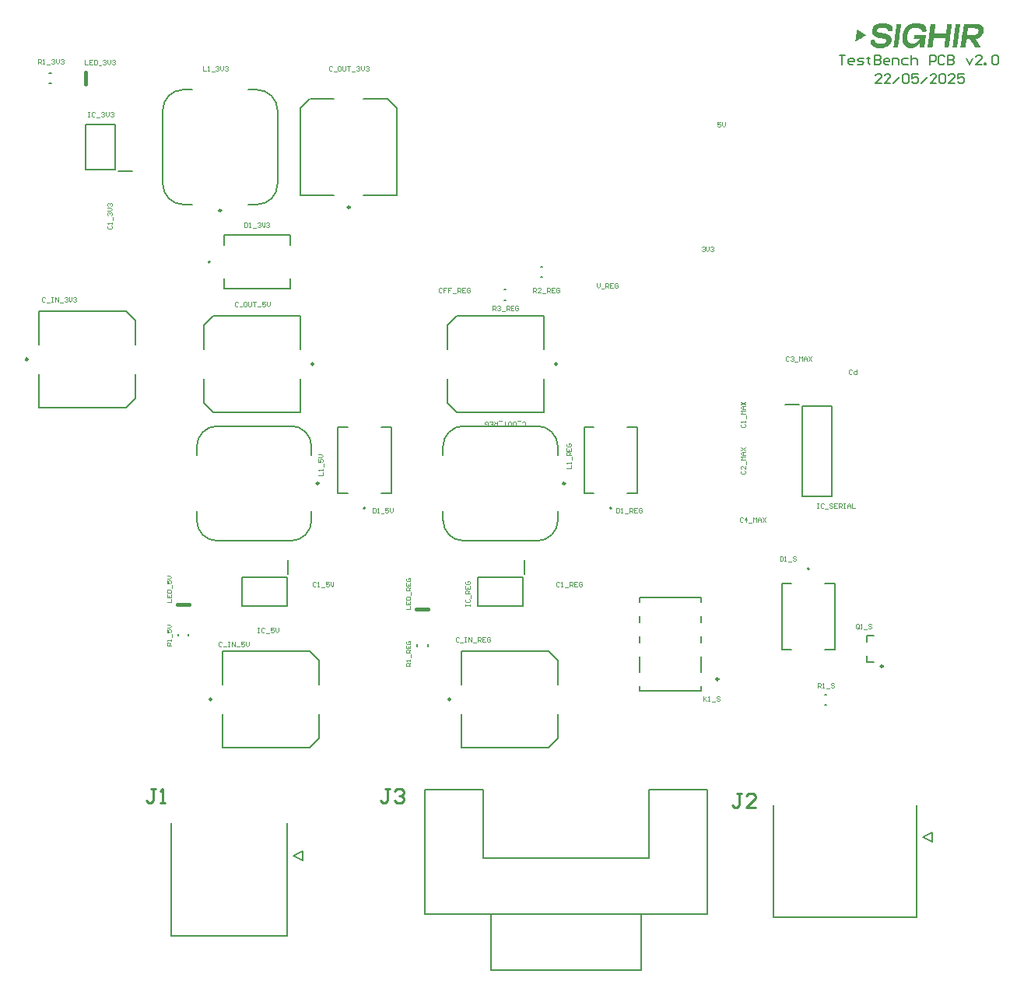
<source format=gbr>
%TF.GenerationSoftware,Altium Limited,Altium Designer,25.6.2 (33)*%
G04 Layer_Color=65535*
%FSLAX45Y45*%
%MOMM*%
%TF.SameCoordinates,A7DCC95B-C82A-44D7-B00A-882B20F37DA3*%
%TF.FilePolarity,Positive*%
%TF.FileFunction,Legend,Top*%
%TF.Part,Single*%
G01*
G75*
%TA.AperFunction,NonConductor*%
%ADD37C,0.25400*%
%ADD38C,0.10000*%
%ADD39C,0.20000*%
%ADD40C,0.25000*%
%ADD41C,0.12700*%
%ADD42C,0.40000*%
G36*
X12420800Y12060400D02*
X12412000D01*
Y12078000D01*
X12416400D01*
Y12104400D01*
X12420800D01*
Y12135200D01*
X12425200D01*
Y12157200D01*
X12429600D01*
Y12183600D01*
X12434000D01*
Y12188000D01*
X12442800D01*
Y12183600D01*
X12447200D01*
Y12179200D01*
X12456000D01*
Y12174800D01*
X12460400D01*
Y12170400D01*
X12469200D01*
Y12166000D01*
X12473600D01*
Y12161600D01*
X12478000D01*
Y12157200D01*
X12486800D01*
Y12152800D01*
X12491200D01*
Y12148400D01*
X12500000D01*
Y12144000D01*
X12504400D01*
Y12139600D01*
X12513200D01*
Y12135200D01*
X12517600D01*
Y12130800D01*
X12526400D01*
Y12122000D01*
X12522000D01*
Y12117600D01*
X12513200D01*
Y12113200D01*
X12504400D01*
Y12108800D01*
X12495600D01*
Y12104400D01*
X12486800D01*
Y12100000D01*
X12478000D01*
Y12095600D01*
X12473600D01*
Y12091200D01*
X12464800D01*
Y12086800D01*
X12456000D01*
Y12082400D01*
X12447200D01*
Y12078000D01*
X12442800D01*
Y12073600D01*
X12434000D01*
Y12069200D01*
X12429600D01*
Y12064800D01*
X12420800D01*
Y12060400D01*
D02*
G37*
G36*
X12658400Y12038400D02*
X12728800D01*
Y12042800D01*
X12737600D01*
Y12047200D01*
X12742000D01*
Y12051600D01*
X12746400D01*
Y12056000D01*
X12750800D01*
Y12073600D01*
X12746400D01*
Y12082400D01*
X12737600D01*
Y12086800D01*
X12724400D01*
Y12091200D01*
X12702400D01*
Y12095600D01*
X12680400D01*
Y12100000D01*
X12658400D01*
Y12104400D01*
X12636400D01*
Y12108800D01*
X12632000D01*
Y12113200D01*
X12618800D01*
Y12117600D01*
X12614400D01*
Y12122000D01*
X12610000D01*
Y12126400D01*
X12605600D01*
Y12130800D01*
X12601200D01*
Y12135200D01*
X12596800D01*
Y12144000D01*
X12592400D01*
Y12188000D01*
X12596800D01*
Y12201200D01*
X12601200D01*
Y12210000D01*
X12605600D01*
Y12218800D01*
X12610000D01*
Y12223200D01*
X12614400D01*
Y12227600D01*
X12618800D01*
Y12232000D01*
X12623200D01*
Y12236400D01*
X12632000D01*
Y12240800D01*
X12636400D01*
Y12245200D01*
X12649600D01*
Y12249600D01*
X12667200D01*
Y12254000D01*
X12711200D01*
Y12258400D01*
X12724400D01*
Y12254000D01*
X12759600D01*
Y12249600D01*
X12777200D01*
Y12245200D01*
X12786000D01*
Y12240800D01*
X12794800D01*
Y12236400D01*
X12799200D01*
Y12232000D01*
X12803600D01*
Y12227600D01*
X12808000D01*
Y12218800D01*
X12812399D01*
Y12205600D01*
X12816800D01*
Y12170400D01*
X12768400D01*
Y12183600D01*
X12764000D01*
Y12192400D01*
X12759600D01*
Y12196800D01*
X12755200D01*
Y12201200D01*
X12746400D01*
Y12205600D01*
X12667200D01*
Y12201200D01*
X12658400D01*
Y12196800D01*
X12654000D01*
Y12192400D01*
X12649600D01*
Y12183600D01*
X12645200D01*
Y12170400D01*
X12649600D01*
Y12166000D01*
X12654000D01*
Y12161600D01*
X12662800D01*
Y12157200D01*
X12680400D01*
Y12152800D01*
X12706800D01*
Y12148400D01*
X12724400D01*
Y12144000D01*
X12746400D01*
Y12139600D01*
X12764000D01*
Y12135200D01*
X12768400D01*
Y12130800D01*
X12781600D01*
Y12126400D01*
X12786000D01*
Y12122000D01*
X12790400D01*
Y12117600D01*
X12794800D01*
Y12113200D01*
X12799200D01*
Y12100000D01*
X12803600D01*
Y12051600D01*
X12799200D01*
Y12038400D01*
X12794800D01*
Y12029600D01*
X12790400D01*
Y12025200D01*
X12786000D01*
Y12016400D01*
X12777200D01*
Y12012000D01*
X12772800D01*
Y12007600D01*
X12768400D01*
Y12003200D01*
X12759600D01*
Y11998800D01*
X12742000D01*
Y11994400D01*
X12724400D01*
Y11990000D01*
X12636400D01*
Y11994400D01*
X12618800D01*
Y11998800D01*
X12605600D01*
Y12003200D01*
X12601200D01*
Y12007600D01*
X12596800D01*
Y12012000D01*
X12592400D01*
Y12016400D01*
X12588000D01*
Y12020800D01*
X12583600D01*
Y12029600D01*
X12579200D01*
Y12038400D01*
X12574800D01*
Y12073600D01*
X12583600D01*
Y12078000D01*
X12618800D01*
Y12073600D01*
X12623200D01*
Y12064800D01*
X12627600D01*
Y12056000D01*
X12632000D01*
Y12047200D01*
X12636400D01*
Y12042800D01*
X12645200D01*
Y12038400D01*
X12654000D01*
X12658400D01*
D02*
G37*
G36*
X12878400Y12016400D02*
Y11998800D01*
X12874001D01*
Y11994400D01*
X12825600D01*
Y12007600D01*
X12830000D01*
Y12047200D01*
X12834399D01*
Y12073600D01*
X12838800D01*
Y12108800D01*
X12843201D01*
Y12135200D01*
X12847600D01*
Y12170400D01*
X12852000D01*
Y12201200D01*
X12856400D01*
Y12232000D01*
X12860800D01*
Y12249600D01*
X12909200D01*
Y12205600D01*
X12904800D01*
Y12179200D01*
X12900400D01*
Y12152800D01*
X12896001D01*
Y12122000D01*
X12891600D01*
Y12082400D01*
X12887199D01*
Y12056000D01*
X12882800D01*
Y12025200D01*
X12878400D01*
Y12020800D01*
Y12016400D01*
D02*
G37*
G36*
X13151199Y12161600D02*
X13138000D01*
Y12166000D01*
X13133600D01*
Y12183600D01*
X13129201D01*
Y12188000D01*
X13124800D01*
Y12192400D01*
X13120399D01*
Y12196800D01*
X13116000D01*
Y12201200D01*
X13107201D01*
Y12205600D01*
X13076401D01*
Y12210000D01*
X13058800D01*
Y12205600D01*
X13028000D01*
Y12201200D01*
X13019200D01*
Y12196800D01*
X13014799D01*
Y12192400D01*
X13006000D01*
Y12188000D01*
X13001601D01*
Y12179200D01*
X12997200D01*
Y12174800D01*
X12992799D01*
Y12166000D01*
X12988400D01*
Y12157200D01*
X12984000D01*
Y12139600D01*
X12979601D01*
Y12073600D01*
X12984000D01*
Y12060400D01*
X12988400D01*
Y12056000D01*
X12992799D01*
Y12051600D01*
X12997200D01*
Y12047200D01*
X13006000D01*
Y12042800D01*
X13010400D01*
Y12038400D01*
X13063200D01*
Y12042800D01*
X13072000D01*
Y12047200D01*
X13080800D01*
Y12051600D01*
X13085201D01*
Y12056000D01*
X13089600D01*
Y12060400D01*
X13094000D01*
Y12064800D01*
X13098399D01*
Y12069200D01*
X13102800D01*
Y12073600D01*
X13107201D01*
Y12078000D01*
X13111600D01*
Y12086800D01*
X13050000D01*
Y12091200D01*
X13045599D01*
Y12100000D01*
X13050000D01*
Y12130800D01*
X13182001D01*
Y12117600D01*
X13177600D01*
Y12095600D01*
X13173199D01*
Y12060400D01*
X13168800D01*
Y12029600D01*
X13164400D01*
Y11998800D01*
X13160001D01*
Y11994400D01*
X13111600D01*
Y12007600D01*
X13116000D01*
Y12034000D01*
X13120399D01*
Y12038400D01*
X13111600D01*
Y12034000D01*
X13107201D01*
Y12029600D01*
X13102800D01*
Y12025200D01*
X13098399D01*
Y12020800D01*
X13094000D01*
Y12016400D01*
X13089600D01*
Y12012000D01*
X13080800D01*
Y12007600D01*
X13076401D01*
Y12003200D01*
X13067599D01*
Y11998800D01*
X13058800D01*
Y11994400D01*
X13045599D01*
Y11990000D01*
X12988400D01*
Y11994400D01*
X12970799D01*
Y11998800D01*
X12962000D01*
Y12003200D01*
X12957600D01*
Y12007600D01*
X12953200D01*
Y12012000D01*
X12948801D01*
Y12016400D01*
X12944400D01*
Y12020800D01*
X12939999D01*
Y12029600D01*
X12935600D01*
Y12034000D01*
X12931200D01*
Y12047200D01*
X12926801D01*
Y12069200D01*
X12922400D01*
Y12113200D01*
X12926801D01*
Y12144000D01*
X12931200D01*
Y12157200D01*
X12935600D01*
Y12170400D01*
X12939999D01*
Y12179200D01*
X12944400D01*
Y12188000D01*
X12948801D01*
Y12196800D01*
X12953200D01*
Y12205600D01*
X12957600D01*
Y12210000D01*
X12962000D01*
Y12214400D01*
X12966400D01*
Y12218800D01*
X12970799D01*
Y12223200D01*
X12975200D01*
Y12227600D01*
X12979601D01*
Y12232000D01*
X12984000D01*
Y12236400D01*
X12992799D01*
Y12240800D01*
X13001601D01*
Y12245200D01*
X13014799D01*
Y12249600D01*
X13028000D01*
Y12254000D01*
X13072000D01*
Y12258400D01*
X13080800D01*
Y12254000D01*
X13120399D01*
Y12249600D01*
X13138000D01*
Y12245200D01*
X13151199D01*
Y12240800D01*
X13155600D01*
Y12236400D01*
X13164400D01*
Y12232000D01*
X13168800D01*
Y12223200D01*
X13173199D01*
Y12218800D01*
X13177600D01*
Y12210000D01*
X13182001D01*
Y12188000D01*
X13186400D01*
Y12170400D01*
X13182001D01*
Y12161600D01*
X13155600D01*
X13151199D01*
D02*
G37*
G36*
X13252400Y12034000D02*
Y12003200D01*
X13248000D01*
Y11994400D01*
X13199600D01*
Y12029600D01*
X13203999D01*
Y12064800D01*
X13208400D01*
Y12086800D01*
X13212801D01*
Y12122000D01*
X13217200D01*
Y12157200D01*
X13221600D01*
Y12183600D01*
X13225999D01*
Y12218800D01*
X13230400D01*
Y12245200D01*
X13234801D01*
Y12249600D01*
X13283200D01*
Y12232000D01*
X13278799D01*
Y12196800D01*
X13274400D01*
Y12157200D01*
X13270000D01*
Y12148400D01*
X13274400D01*
Y12144000D01*
X13397600D01*
Y12157200D01*
X13402000D01*
Y12188000D01*
X13406400D01*
Y12218800D01*
X13410800D01*
Y12245200D01*
X13415199D01*
Y12249600D01*
X13463600D01*
Y12227600D01*
X13459200D01*
Y12196800D01*
X13454800D01*
Y12161600D01*
X13450400D01*
Y12139600D01*
X13446001D01*
Y12104400D01*
X13441600D01*
Y12064800D01*
X13437199D01*
Y12034000D01*
X13432800D01*
Y12007600D01*
X13428400D01*
Y11994400D01*
X13380000D01*
Y12029600D01*
X13384399D01*
Y12060400D01*
X13388800D01*
Y12091200D01*
X13393201D01*
Y12095600D01*
X13388800D01*
Y12100000D01*
X13265601D01*
Y12095600D01*
X13261200D01*
Y12073600D01*
X13256799D01*
Y12038400D01*
X13252400D01*
Y12034000D01*
D02*
G37*
G36*
X13485600Y12108800D02*
Y12144000D01*
X13489999D01*
Y12170400D01*
X13494400D01*
Y12205600D01*
X13498801D01*
Y12232000D01*
X13503200D01*
Y12249600D01*
X13551601D01*
Y12214400D01*
X13547200D01*
Y12179200D01*
X13542799D01*
Y12152800D01*
X13538400D01*
Y12122000D01*
X13534000D01*
Y12086800D01*
X13529601D01*
Y12060400D01*
X13525200D01*
Y12025200D01*
X13520799D01*
Y11998800D01*
X13516400D01*
Y11994400D01*
X13467999D01*
Y12012000D01*
X13472400D01*
Y12047200D01*
X13476801D01*
Y12082400D01*
X13481200D01*
Y12108800D01*
X13485600D01*
D02*
G37*
G36*
X13749600Y12245200D02*
X13767200D01*
Y12240800D01*
X13775999D01*
Y12236400D01*
X13784801D01*
Y12232000D01*
X13789200D01*
Y12227600D01*
X13793600D01*
Y12223200D01*
X13798000D01*
Y12214400D01*
X13802400D01*
Y12205600D01*
X13806799D01*
Y12161600D01*
X13802400D01*
Y12144000D01*
X13798000D01*
Y12135200D01*
X13793600D01*
Y12126400D01*
X13789200D01*
Y12122000D01*
X13784801D01*
Y12117600D01*
X13780400D01*
Y12113200D01*
X13775999D01*
Y12108800D01*
X13771600D01*
Y12104400D01*
X13767200D01*
Y12100000D01*
X13758400D01*
Y12095600D01*
X13749600D01*
Y12091200D01*
X13732001D01*
Y12086800D01*
X13723199D01*
Y12078000D01*
X13727600D01*
Y12069200D01*
X13732001D01*
Y12064800D01*
X13736400D01*
Y12056000D01*
X13740800D01*
Y12051600D01*
X13745200D01*
Y12042800D01*
X13749600D01*
Y12034000D01*
X13753999D01*
Y12029600D01*
X13758400D01*
Y12020800D01*
X13762801D01*
Y12016400D01*
X13767200D01*
Y12007600D01*
X13771600D01*
Y12003200D01*
X13775999D01*
Y11994400D01*
X13714400D01*
Y11998800D01*
X13710001D01*
Y12003200D01*
X13705600D01*
Y12012000D01*
X13701199D01*
Y12020800D01*
X13696800D01*
Y12025200D01*
X13692400D01*
Y12034000D01*
X13688000D01*
Y12042800D01*
X13683600D01*
Y12047200D01*
X13679201D01*
Y12056000D01*
X13674800D01*
Y12060400D01*
X13670399D01*
Y12069200D01*
X13666000D01*
Y12078000D01*
X13661600D01*
Y12082400D01*
X13657201D01*
Y12086800D01*
X13626401D01*
Y12082400D01*
X13622000D01*
Y12078000D01*
X13617599D01*
Y12042800D01*
X13613200D01*
Y12012000D01*
X13608800D01*
Y11994400D01*
X13556000D01*
Y12007600D01*
X13560400D01*
Y12029600D01*
X13564799D01*
Y12064800D01*
X13569200D01*
Y12104400D01*
X13573599D01*
Y12126400D01*
X13578000D01*
Y12161600D01*
X13582401D01*
Y12170400D01*
Y12174800D01*
Y12192400D01*
X13586800D01*
Y12223200D01*
X13591200D01*
Y12245200D01*
X13595599D01*
Y12249600D01*
X13749600D01*
Y12245200D01*
D02*
G37*
%LPC*%
G36*
X13714400Y12205600D02*
X13639600D01*
Y12196800D01*
X13635201D01*
Y12174800D01*
X13630800D01*
Y12148400D01*
Y12144000D01*
Y12130800D01*
X13718800D01*
Y12135200D01*
X13732001D01*
Y12139600D01*
X13736400D01*
Y12144000D01*
X13745200D01*
Y12152800D01*
X13749600D01*
Y12170400D01*
X13753999D01*
Y12179200D01*
X13749600D01*
Y12192400D01*
X13745200D01*
Y12196800D01*
X13736400D01*
Y12201200D01*
X13714400D01*
Y12205600D01*
D02*
G37*
%LPD*%
D37*
X7350609Y3926175D02*
X7299825D01*
X7325217D01*
Y3799216D01*
X7299825Y3773824D01*
X7274433D01*
X7249041Y3799216D01*
X7401392Y3900783D02*
X7426784Y3926175D01*
X7477567D01*
X7502959Y3900783D01*
Y3875392D01*
X7477567Y3850000D01*
X7452176D01*
X7477567D01*
X7502959Y3824608D01*
Y3799216D01*
X7477567Y3773824D01*
X7426784D01*
X7401392Y3799216D01*
X11174609Y3876175D02*
X11123825D01*
X11149217D01*
Y3749216D01*
X11123825Y3723824D01*
X11098433D01*
X11073042Y3749216D01*
X11326960Y3723824D02*
X11225392D01*
X11326960Y3825391D01*
Y3850783D01*
X11301568Y3876175D01*
X11250784D01*
X11225392Y3850783D01*
X4800000Y3926175D02*
X4749217D01*
X4774608D01*
Y3799216D01*
X4749217Y3773825D01*
X4723825D01*
X4698433Y3799216D01*
X4850784Y3773825D02*
X4901567D01*
X4876176D01*
Y3926175D01*
X4850784Y3900783D01*
D38*
X9811000Y3984000D02*
G03*
X9811000Y3974000I0J-5000D01*
G01*
D02*
G03*
X9811000Y3984000I0J5000D01*
G01*
X9595410Y9429239D02*
Y9395917D01*
X9612071Y9379256D01*
X9628733Y9395917D01*
Y9429239D01*
X9645394Y9370925D02*
X9678716D01*
X9695378Y9379256D02*
Y9429239D01*
X9720369D01*
X9728700Y9420909D01*
Y9404248D01*
X9720369Y9395917D01*
X9695378D01*
X9712039D02*
X9728700Y9379256D01*
X9778684Y9429239D02*
X9745361D01*
Y9379256D01*
X9778684D01*
X9745361Y9404248D02*
X9762022D01*
X9828667Y9420909D02*
X9820337Y9429239D01*
X9803676D01*
X9795345Y9420909D01*
Y9387587D01*
X9803676Y9379256D01*
X9820337D01*
X9828667Y9387587D01*
Y9404248D01*
X9812006D01*
X10738078Y9818482D02*
X10746409Y9826812D01*
X10763070D01*
X10771401Y9818482D01*
Y9810151D01*
X10763070Y9801820D01*
X10754739D01*
X10763070D01*
X10771401Y9793489D01*
Y9785159D01*
X10763070Y9776828D01*
X10746409D01*
X10738078Y9785159D01*
X10788062Y9826812D02*
Y9793489D01*
X10804723Y9776828D01*
X10821384Y9793489D01*
Y9826812D01*
X10838045Y9818482D02*
X10846376Y9826812D01*
X10863037D01*
X10871368Y9818482D01*
Y9810151D01*
X10863037Y9801820D01*
X10854707D01*
X10863037D01*
X10871368Y9793489D01*
Y9785159D01*
X10863037Y9776828D01*
X10846376D01*
X10838045Y9785159D01*
X10945359Y11177547D02*
X10912037D01*
Y11152556D01*
X10928698Y11160886D01*
X10937028D01*
X10945359Y11152556D01*
Y11135894D01*
X10937028Y11127564D01*
X10920367D01*
X10912037Y11135894D01*
X10962020Y11177547D02*
Y11144225D01*
X10978681Y11127564D01*
X10995343Y11144225D01*
Y11177547D01*
X10762528Y4929157D02*
Y4879174D01*
Y4895835D01*
X10795851Y4929157D01*
X10770859Y4904165D01*
X10795851Y4879174D01*
X10812512D02*
X10829173D01*
X10820843D01*
Y4929157D01*
X10812512Y4920827D01*
X10854165Y4870843D02*
X10887488D01*
X10937471Y4920827D02*
X10929141Y4929157D01*
X10912480D01*
X10904149Y4920827D01*
Y4912496D01*
X10912480Y4904165D01*
X10929141D01*
X10937471Y4895835D01*
Y4887504D01*
X10929141Y4879174D01*
X10912480D01*
X10904149Y4887504D01*
X5520875Y5520827D02*
X5512544Y5529157D01*
X5495883D01*
X5487553Y5520827D01*
Y5487504D01*
X5495883Y5479174D01*
X5512544D01*
X5520875Y5487504D01*
X5537536Y5470843D02*
X5570859D01*
X5587520Y5529157D02*
X5604181D01*
X5595851D01*
Y5479174D01*
X5587520D01*
X5604181D01*
X5629173D02*
Y5529157D01*
X5662496Y5479174D01*
Y5529157D01*
X5679157Y5470843D02*
X5712479D01*
X5762463Y5529157D02*
X5729140D01*
Y5504166D01*
X5745802Y5512496D01*
X5754132D01*
X5762463Y5504166D01*
Y5487504D01*
X5754132Y5479174D01*
X5737471D01*
X5729140Y5487504D01*
X5779124Y5529157D02*
Y5495835D01*
X5795785Y5479174D01*
X5812447Y5495835D01*
Y5529157D01*
X8463486Y9136394D02*
Y9186378D01*
X8488478D01*
X8496809Y9178047D01*
Y9161386D01*
X8488478Y9153055D01*
X8463486D01*
X8480147D02*
X8496809Y9136394D01*
X8513470Y9178047D02*
X8521800Y9186378D01*
X8538461D01*
X8546792Y9178047D01*
Y9169716D01*
X8538461Y9161386D01*
X8530131D01*
X8538461D01*
X8546792Y9153055D01*
Y9144725D01*
X8538461Y9136394D01*
X8521800D01*
X8513470Y9144725D01*
X8563453Y9128063D02*
X8596776D01*
X8613437Y9136394D02*
Y9186378D01*
X8638429D01*
X8646759Y9178047D01*
Y9161386D01*
X8638429Y9153055D01*
X8613437D01*
X8630098D02*
X8646759Y9136394D01*
X8696743Y9186378D02*
X8663421D01*
Y9136394D01*
X8696743D01*
X8663421Y9161386D02*
X8680082D01*
X8746727Y9178047D02*
X8738396Y9186378D01*
X8721735D01*
X8713404Y9178047D01*
Y9144725D01*
X8721735Y9136394D01*
X8738396D01*
X8746727Y9144725D01*
Y9161386D01*
X8730065D01*
X8908379Y9329174D02*
Y9379158D01*
X8933371D01*
X8941702Y9370827D01*
Y9354166D01*
X8933371Y9345835D01*
X8908379D01*
X8925041D02*
X8941702Y9329174D01*
X8991686D02*
X8958363D01*
X8991686Y9362496D01*
Y9370827D01*
X8983355Y9379158D01*
X8966694D01*
X8958363Y9370827D01*
X9008347Y9320843D02*
X9041669D01*
X9058330Y9329174D02*
Y9379158D01*
X9083322D01*
X9091653Y9370827D01*
Y9354166D01*
X9083322Y9345835D01*
X9058330D01*
X9074992D02*
X9091653Y9329174D01*
X9141637Y9379158D02*
X9108314D01*
Y9329174D01*
X9141637D01*
X9108314Y9354166D02*
X9124975D01*
X9191620Y9370827D02*
X9183289Y9379158D01*
X9166628D01*
X9158298Y9370827D01*
Y9337505D01*
X9166628Y9329174D01*
X9183289D01*
X9191620Y9337505D01*
Y9354166D01*
X9174959D01*
X12002907Y5024395D02*
Y5074379D01*
X12027899D01*
X12036230Y5066048D01*
Y5049387D01*
X12027899Y5041056D01*
X12002907D01*
X12019568D02*
X12036230Y5024395D01*
X12052891D02*
X12069552D01*
X12061221D01*
Y5074379D01*
X12052891Y5066048D01*
X12094544Y5016064D02*
X12127867D01*
X12177850Y5066048D02*
X12169519Y5074379D01*
X12152858D01*
X12144528Y5066048D01*
Y5057718D01*
X12152858Y5049387D01*
X12169519D01*
X12177850Y5041056D01*
Y5032726D01*
X12169519Y5024395D01*
X12152858D01*
X12144528Y5032726D01*
X7570826Y5262545D02*
X7520842D01*
Y5287537D01*
X7529173Y5295868D01*
X7545834D01*
X7554165Y5287537D01*
Y5262545D01*
Y5279206D02*
X7570826Y5295868D01*
Y5312529D02*
Y5329190D01*
Y5320860D01*
X7520842D01*
X7529173Y5312529D01*
X7579157Y5354182D02*
Y5387505D01*
X7570826Y5404166D02*
X7520842D01*
Y5429158D01*
X7529173Y5437488D01*
X7545834D01*
X7554165Y5429158D01*
Y5404166D01*
Y5420827D02*
X7570826Y5437488D01*
X7520842Y5487472D02*
Y5454149D01*
X7570826D01*
Y5487472D01*
X7545834Y5454149D02*
Y5470810D01*
X7529173Y5537456D02*
X7520842Y5529125D01*
Y5512464D01*
X7529173Y5504133D01*
X7562495D01*
X7570826Y5512464D01*
Y5529125D01*
X7562495Y5537456D01*
X7545834D01*
Y5520794D01*
X4970826Y5487536D02*
X4920843D01*
Y5512528D01*
X4929173Y5520859D01*
X4945834D01*
X4954165Y5512528D01*
Y5487536D01*
Y5504197D02*
X4970826Y5520859D01*
Y5537520D02*
Y5554181D01*
Y5545850D01*
X4920843D01*
X4929173Y5537520D01*
X4979157Y5579173D02*
Y5612496D01*
X4920843Y5662479D02*
Y5629157D01*
X4945834D01*
X4937504Y5645818D01*
Y5654148D01*
X4945834Y5662479D01*
X4962496D01*
X4970826Y5654148D01*
Y5637487D01*
X4962496Y5629157D01*
X4920843Y5679140D02*
X4954165D01*
X4970826Y5695801D01*
X4954165Y5712463D01*
X4920843D01*
X3522980Y11816080D02*
Y11866064D01*
X3547972D01*
X3556303Y11857733D01*
Y11841072D01*
X3547972Y11832741D01*
X3522980D01*
X3539641D02*
X3556303Y11816080D01*
X3572964D02*
X3589625D01*
X3581294D01*
Y11866064D01*
X3572964Y11857733D01*
X3614617Y11807749D02*
X3647939D01*
X3664600Y11857733D02*
X3672931Y11866064D01*
X3689592D01*
X3697923Y11857733D01*
Y11849403D01*
X3689592Y11841072D01*
X3681262D01*
X3689592D01*
X3697923Y11832741D01*
Y11824411D01*
X3689592Y11816080D01*
X3672931D01*
X3664600Y11824411D01*
X3714584Y11866064D02*
Y11832741D01*
X3731245Y11816080D01*
X3747907Y11832741D01*
Y11866064D01*
X3764568Y11857733D02*
X3772898Y11866064D01*
X3789560D01*
X3797890Y11857733D01*
Y11849403D01*
X3789560Y11841072D01*
X3781229D01*
X3789560D01*
X3797890Y11832741D01*
Y11824411D01*
X3789560Y11816080D01*
X3772898D01*
X3764568Y11824411D01*
X12448206Y5676312D02*
Y5709634D01*
X12439876Y5717965D01*
X12423215D01*
X12414884Y5709634D01*
Y5676312D01*
X12423215Y5667981D01*
X12439876D01*
X12431545Y5684642D02*
X12448206Y5667981D01*
X12439876D02*
X12448206Y5676312D01*
X12464868Y5667981D02*
X12481529D01*
X12473198D01*
Y5717965D01*
X12464868Y5709634D01*
X12506521Y5659650D02*
X12539843D01*
X12589827Y5709634D02*
X12581496Y5717965D01*
X12564835D01*
X12556504Y5709634D01*
Y5701304D01*
X12564835Y5692973D01*
X12581496D01*
X12589827Y5684642D01*
Y5676312D01*
X12581496Y5667981D01*
X12564835D01*
X12556504Y5676312D01*
X7520842Y5883388D02*
X7570826D01*
Y5916711D01*
X7520842Y5966694D02*
Y5933372D01*
X7570826D01*
Y5966694D01*
X7545834Y5933372D02*
Y5950033D01*
X7520842Y5983355D02*
X7570826D01*
Y6008347D01*
X7562495Y6016678D01*
X7529173D01*
X7520842Y6008347D01*
Y5983355D01*
X7579157Y6033339D02*
Y6066661D01*
X7570826Y6083323D02*
X7520842D01*
Y6108314D01*
X7529173Y6116645D01*
X7545834D01*
X7554165Y6108314D01*
Y6083323D01*
Y6099984D02*
X7570826Y6116645D01*
X7520842Y6166629D02*
Y6133306D01*
X7570826D01*
Y6166629D01*
X7545834Y6133306D02*
Y6149967D01*
X7529173Y6216612D02*
X7520842Y6208282D01*
Y6191621D01*
X7529173Y6183290D01*
X7562495D01*
X7570826Y6191621D01*
Y6208282D01*
X7562495Y6216612D01*
X7545834D01*
Y6199951D01*
X4920843Y5958379D02*
X4970826D01*
Y5991702D01*
X4920843Y6041686D02*
Y6008363D01*
X4970826D01*
Y6041686D01*
X4945835Y6008363D02*
Y6025024D01*
X4920843Y6058347D02*
X4970826D01*
Y6083339D01*
X4962496Y6091669D01*
X4929173D01*
X4920843Y6083339D01*
Y6058347D01*
X4979157Y6108330D02*
Y6141653D01*
X4920843Y6191637D02*
Y6158314D01*
X4945835D01*
X4937504Y6174975D01*
Y6183306D01*
X4945835Y6191637D01*
X4962496D01*
X4970826Y6183306D01*
Y6166645D01*
X4962496Y6158314D01*
X4920843Y6208298D02*
X4954165D01*
X4970826Y6224959D01*
X4954165Y6241620D01*
X4920843D01*
X4025900Y11860984D02*
Y11811000D01*
X4059223D01*
X4109206Y11860984D02*
X4075884D01*
Y11811000D01*
X4109206D01*
X4075884Y11835992D02*
X4092545D01*
X4125867Y11860984D02*
Y11811000D01*
X4150859D01*
X4159190Y11819331D01*
Y11852653D01*
X4150859Y11860984D01*
X4125867D01*
X4175851Y11802669D02*
X4209173D01*
X4225835Y11852653D02*
X4234165Y11860984D01*
X4250826D01*
X4259157Y11852653D01*
Y11844323D01*
X4250826Y11835992D01*
X4242496D01*
X4250826D01*
X4259157Y11827661D01*
Y11819331D01*
X4250826Y11811000D01*
X4234165D01*
X4225835Y11819331D01*
X4275818Y11860984D02*
Y11827661D01*
X4292479Y11811000D01*
X4309141Y11827661D01*
Y11860984D01*
X4325802Y11852653D02*
X4334133Y11860984D01*
X4350794D01*
X4359124Y11852653D01*
Y11844323D01*
X4350794Y11835992D01*
X4342463D01*
X4350794D01*
X4359124Y11827661D01*
Y11819331D01*
X4350794Y11811000D01*
X4334133D01*
X4325802Y11819331D01*
X9270843Y7412545D02*
X9320826D01*
Y7445868D01*
Y7462529D02*
Y7479190D01*
Y7470859D01*
X9270843D01*
X9279173Y7462529D01*
X9329157Y7504182D02*
Y7537504D01*
X9320826Y7554165D02*
X9270843D01*
Y7579157D01*
X9279173Y7587488D01*
X9295834D01*
X9304165Y7579157D01*
Y7554165D01*
Y7570827D02*
X9320826Y7587488D01*
X9270843Y7637472D02*
Y7604149D01*
X9320826D01*
Y7637472D01*
X9295834Y7604149D02*
Y7620810D01*
X9279173Y7687455D02*
X9270843Y7679125D01*
Y7662463D01*
X9279173Y7654133D01*
X9312495D01*
X9320826Y7662463D01*
Y7679125D01*
X9312495Y7687455D01*
X9295834D01*
Y7670794D01*
X6570843Y7337537D02*
X6620826D01*
Y7370859D01*
Y7387520D02*
Y7404182D01*
Y7395851D01*
X6570843D01*
X6579173Y7387520D01*
X6629157Y7429174D02*
Y7462496D01*
X6570843Y7512480D02*
Y7479157D01*
X6595834D01*
X6587504Y7495818D01*
Y7504149D01*
X6595834Y7512480D01*
X6612496D01*
X6620826Y7504149D01*
Y7487488D01*
X6612496Y7479157D01*
X6570843Y7529141D02*
X6604165D01*
X6620826Y7545802D01*
X6604165Y7562463D01*
X6570843D01*
X5312545Y11789157D02*
Y11739174D01*
X5345867D01*
X5362529D02*
X5379190D01*
X5370859D01*
Y11789157D01*
X5362529Y11780827D01*
X5404182Y11730843D02*
X5437504D01*
X5454165Y11780827D02*
X5462496Y11789157D01*
X5479157D01*
X5487488Y11780827D01*
Y11772496D01*
X5479157Y11764165D01*
X5470826D01*
X5479157D01*
X5487488Y11755835D01*
Y11747504D01*
X5479157Y11739174D01*
X5462496D01*
X5454165Y11747504D01*
X5504149Y11789157D02*
Y11755835D01*
X5520810Y11739174D01*
X5537472Y11755835D01*
Y11789157D01*
X5554133Y11780827D02*
X5562463Y11789157D01*
X5579124D01*
X5587455Y11780827D01*
Y11772496D01*
X5579124Y11764165D01*
X5570794D01*
X5579124D01*
X5587455Y11755835D01*
Y11747504D01*
X5579124Y11739174D01*
X5562463D01*
X5554133Y11747504D01*
X11991735Y7029157D02*
X12008396D01*
X12000065D01*
Y6979173D01*
X11991735D01*
X12008396D01*
X12066710Y7020827D02*
X12058380Y7029157D01*
X12041719D01*
X12033388Y7020827D01*
Y6987504D01*
X12041719Y6979173D01*
X12058380D01*
X12066710Y6987504D01*
X12083372Y6970843D02*
X12116694D01*
X12166678Y7020827D02*
X12158347Y7029157D01*
X12141686D01*
X12133355Y7020827D01*
Y7012496D01*
X12141686Y7004165D01*
X12158347D01*
X12166678Y6995835D01*
Y6987504D01*
X12158347Y6979173D01*
X12141686D01*
X12133355Y6987504D01*
X12216661Y7029157D02*
X12183339D01*
Y6979173D01*
X12216661D01*
X12183339Y7004165D02*
X12200000D01*
X12233322Y6979173D02*
Y7029157D01*
X12258314D01*
X12266645Y7020827D01*
Y7004165D01*
X12258314Y6995835D01*
X12233322D01*
X12249984D02*
X12266645Y6979173D01*
X12283306Y7029157D02*
X12299967D01*
X12291637D01*
Y6979173D01*
X12283306D01*
X12299967D01*
X12324959D02*
Y7012496D01*
X12341620Y7029157D01*
X12358282Y7012496D01*
Y6979173D01*
Y7004165D01*
X12324959D01*
X12374943Y7029157D02*
Y6979173D01*
X12408266D01*
X8170842Y5912545D02*
Y5929206D01*
Y5920876D01*
X8220826D01*
Y5912545D01*
Y5929206D01*
X8179172Y5987521D02*
X8170842Y5979190D01*
Y5962529D01*
X8179172Y5954198D01*
X8212495D01*
X8220826Y5962529D01*
Y5979190D01*
X8212495Y5987521D01*
X8229156Y6004182D02*
Y6037505D01*
X8220826Y6054166D02*
X8170842D01*
Y6079158D01*
X8179172Y6087488D01*
X8195834D01*
X8204164Y6079158D01*
Y6054166D01*
Y6070827D02*
X8220826Y6087488D01*
X8170842Y6137472D02*
Y6104149D01*
X8220826D01*
Y6137472D01*
X8195834Y6104149D02*
Y6120810D01*
X8179172Y6187455D02*
X8170842Y6179125D01*
Y6162464D01*
X8179172Y6154133D01*
X8212495D01*
X8220826Y6162464D01*
Y6179125D01*
X8212495Y6187455D01*
X8195834D01*
Y6170794D01*
X5907537Y5679157D02*
X5924198D01*
X5915867D01*
Y5629173D01*
X5907537D01*
X5924198D01*
X5982512Y5670827D02*
X5974182Y5679157D01*
X5957520D01*
X5949190Y5670827D01*
Y5637504D01*
X5957520Y5629173D01*
X5974182D01*
X5982512Y5637504D01*
X5999173Y5620843D02*
X6032496D01*
X6082480Y5679157D02*
X6049157D01*
Y5654165D01*
X6065818Y5662496D01*
X6074149D01*
X6082480Y5654165D01*
Y5637504D01*
X6074149Y5629173D01*
X6057488D01*
X6049157Y5637504D01*
X6099141Y5679157D02*
Y5645835D01*
X6115802Y5629173D01*
X6132463Y5645835D01*
Y5679157D01*
X4062545Y11289157D02*
X4079206D01*
X4070876D01*
Y11239174D01*
X4062545D01*
X4079206D01*
X4137521Y11280827D02*
X4129190Y11289157D01*
X4112529D01*
X4104198Y11280827D01*
Y11247504D01*
X4112529Y11239174D01*
X4129190D01*
X4137521Y11247504D01*
X4154182Y11230843D02*
X4187504D01*
X4204165Y11280827D02*
X4212496Y11289157D01*
X4229157D01*
X4237488Y11280827D01*
Y11272496D01*
X4229157Y11264165D01*
X4220826D01*
X4229157D01*
X4237488Y11255835D01*
Y11247504D01*
X4229157Y11239174D01*
X4212496D01*
X4204165Y11247504D01*
X4254149Y11289157D02*
Y11255835D01*
X4270810Y11239174D01*
X4287471Y11255835D01*
Y11289157D01*
X4304133Y11280827D02*
X4312463Y11289157D01*
X4329124D01*
X4337455Y11280827D01*
Y11272496D01*
X4329124Y11264165D01*
X4320794D01*
X4329124D01*
X4337455Y11255835D01*
Y11247504D01*
X4329124Y11239174D01*
X4312463D01*
X4304133Y11247504D01*
X11592560Y6458404D02*
Y6408420D01*
X11617552D01*
X11625883Y6416751D01*
Y6450073D01*
X11617552Y6458404D01*
X11592560D01*
X11642544Y6408420D02*
X11659205D01*
X11650874D01*
Y6458404D01*
X11642544Y6450073D01*
X11684197Y6400089D02*
X11717519D01*
X11767503Y6450073D02*
X11759172Y6458404D01*
X11742511D01*
X11734180Y6450073D01*
Y6441743D01*
X11742511Y6433412D01*
X11759172D01*
X11767503Y6425081D01*
Y6416751D01*
X11759172Y6408420D01*
X11742511D01*
X11734180Y6416751D01*
X9812545Y6979157D02*
Y6929174D01*
X9837536D01*
X9845867Y6937505D01*
Y6970827D01*
X9837536Y6979157D01*
X9812545D01*
X9862528Y6929174D02*
X9879189D01*
X9870859D01*
Y6979157D01*
X9862528Y6970827D01*
X9904181Y6920843D02*
X9937504D01*
X9954165Y6929174D02*
Y6979157D01*
X9979157D01*
X9987488Y6970827D01*
Y6954166D01*
X9979157Y6945835D01*
X9954165D01*
X9970826D02*
X9987488Y6929174D01*
X10037471Y6979157D02*
X10004149D01*
Y6929174D01*
X10037471D01*
X10004149Y6954166D02*
X10020810D01*
X10087455Y6970827D02*
X10079124Y6979157D01*
X10062463D01*
X10054132Y6970827D01*
Y6937505D01*
X10062463Y6929174D01*
X10079124D01*
X10087455Y6937505D01*
Y6954166D01*
X10070793D01*
X7157537Y6979157D02*
Y6929174D01*
X7182528D01*
X7190859Y6937504D01*
Y6970827D01*
X7182528Y6979157D01*
X7157537D01*
X7207520Y6929174D02*
X7224181D01*
X7215851D01*
Y6979157D01*
X7207520Y6970827D01*
X7249173Y6920843D02*
X7282496D01*
X7332480Y6979157D02*
X7299157D01*
Y6954165D01*
X7315818Y6962496D01*
X7324149D01*
X7332480Y6954165D01*
Y6937504D01*
X7324149Y6929174D01*
X7307488D01*
X7299157Y6937504D01*
X7349141Y6979157D02*
Y6945835D01*
X7365802Y6929174D01*
X7382463Y6945835D01*
Y6979157D01*
X5762545Y10089157D02*
Y10039173D01*
X5787537D01*
X5795867Y10047504D01*
Y10080827D01*
X5787537Y10089157D01*
X5762545D01*
X5812528Y10039173D02*
X5829190D01*
X5820859D01*
Y10089157D01*
X5812528Y10080827D01*
X5854182Y10030843D02*
X5887504D01*
X5904165Y10080827D02*
X5912496Y10089157D01*
X5929157D01*
X5937488Y10080827D01*
Y10072496D01*
X5929157Y10064165D01*
X5920826D01*
X5929157D01*
X5937488Y10055835D01*
Y10047504D01*
X5929157Y10039173D01*
X5912496D01*
X5904165Y10047504D01*
X5954149Y10089157D02*
Y10055835D01*
X5970810Y10039173D01*
X5987471Y10055835D01*
Y10089157D01*
X6004133Y10080827D02*
X6012463Y10089157D01*
X6029124D01*
X6037455Y10080827D01*
Y10072496D01*
X6029124Y10064165D01*
X6020794D01*
X6029124D01*
X6037455Y10055835D01*
Y10047504D01*
X6029124Y10039173D01*
X6012463D01*
X6004133Y10047504D01*
X7916710Y9370827D02*
X7908379Y9379158D01*
X7891718D01*
X7883388Y9370827D01*
Y9337505D01*
X7891718Y9329174D01*
X7908379D01*
X7916710Y9337505D01*
X7966694Y9379158D02*
X7933371D01*
Y9354166D01*
X7950032D01*
X7933371D01*
Y9329174D01*
X8016677Y9379158D02*
X7983355D01*
Y9354166D01*
X8000016D01*
X7983355D01*
Y9329174D01*
X8033339Y9320843D02*
X8066661D01*
X8083322Y9329174D02*
Y9379158D01*
X8108314D01*
X8116645Y9370827D01*
Y9354166D01*
X8108314Y9345835D01*
X8083322D01*
X8099983D02*
X8116645Y9329174D01*
X8166628Y9379158D02*
X8133306D01*
Y9329174D01*
X8166628D01*
X8133306Y9354166D02*
X8149967D01*
X8216612Y9370827D02*
X8208281Y9379158D01*
X8191620D01*
X8183289Y9370827D01*
Y9337505D01*
X8191620Y9329174D01*
X8208281D01*
X8216612Y9337505D01*
Y9354166D01*
X8199951D01*
X12375183Y8479533D02*
X12366852Y8487864D01*
X12350191D01*
X12341860Y8479533D01*
Y8446211D01*
X12350191Y8437880D01*
X12366852D01*
X12375183Y8446211D01*
X12425166Y8487864D02*
Y8437880D01*
X12400174D01*
X12391844Y8446211D01*
Y8462872D01*
X12400174Y8471203D01*
X12425166D01*
X8783273Y7879173D02*
X8791604Y7870843D01*
X8808265D01*
X8816596Y7879173D01*
Y7912495D01*
X8808265Y7920826D01*
X8791604D01*
X8783273Y7912495D01*
X8766612Y7929157D02*
X8733289D01*
X8691636Y7870843D02*
X8708298D01*
X8716628Y7879173D01*
Y7912495D01*
X8708298Y7920826D01*
X8691636D01*
X8683306Y7912495D01*
Y7879173D01*
X8691636Y7870843D01*
X8666645D02*
Y7912495D01*
X8658314Y7920826D01*
X8641653D01*
X8633322Y7912495D01*
Y7870843D01*
X8616661D02*
X8583338D01*
X8600000D01*
Y7920826D01*
X8566677Y7929157D02*
X8533355D01*
X8516694Y7920826D02*
Y7870843D01*
X8491702D01*
X8483371Y7879173D01*
Y7895834D01*
X8491702Y7904165D01*
X8516694D01*
X8500033D02*
X8483371Y7920826D01*
X8433388Y7870843D02*
X8466710D01*
Y7920826D01*
X8433388D01*
X8466710Y7895834D02*
X8450049D01*
X8383404Y7879173D02*
X8391735Y7870843D01*
X8408396D01*
X8416726Y7879173D01*
Y7912495D01*
X8408396Y7920826D01*
X8391735D01*
X8383404Y7912495D01*
Y7895834D01*
X8400065D01*
X5691718Y9220827D02*
X5683388Y9229157D01*
X5666727D01*
X5658396Y9220827D01*
Y9187504D01*
X5666727Y9179174D01*
X5683388D01*
X5691718Y9187504D01*
X5708379Y9170843D02*
X5741702D01*
X5783355Y9229157D02*
X5766694D01*
X5758363Y9220827D01*
Y9187504D01*
X5766694Y9179174D01*
X5783355D01*
X5791686Y9187504D01*
Y9220827D01*
X5783355Y9229157D01*
X5808347D02*
Y9187504D01*
X5816677Y9179174D01*
X5833339D01*
X5841669Y9187504D01*
Y9229157D01*
X5858330D02*
X5891653D01*
X5874992D01*
Y9179174D01*
X5908314Y9170843D02*
X5941637D01*
X5991620Y9229157D02*
X5958298D01*
Y9204165D01*
X5974959Y9212496D01*
X5983290D01*
X5991620Y9204165D01*
Y9187504D01*
X5983290Y9179174D01*
X5966628D01*
X5958298Y9187504D01*
X6008281Y9229157D02*
Y9195835D01*
X6024942Y9179174D01*
X6041604Y9195835D01*
Y9229157D01*
X6716727Y11780827D02*
X6708396Y11789157D01*
X6691735D01*
X6683404Y11780827D01*
Y11747504D01*
X6691735Y11739174D01*
X6708396D01*
X6716727Y11747504D01*
X6733388Y11730843D02*
X6766710D01*
X6808363Y11789157D02*
X6791702D01*
X6783371Y11780827D01*
Y11747504D01*
X6791702Y11739174D01*
X6808363D01*
X6816694Y11747504D01*
Y11780827D01*
X6808363Y11789157D01*
X6833355D02*
Y11747504D01*
X6841686Y11739174D01*
X6858347D01*
X6866678Y11747504D01*
Y11789157D01*
X6883339D02*
X6916661D01*
X6900000D01*
Y11739174D01*
X6933322Y11730843D02*
X6966645D01*
X6983306Y11780827D02*
X6991637Y11789157D01*
X7008298D01*
X7016629Y11780827D01*
Y11772496D01*
X7008298Y11764165D01*
X6999967D01*
X7008298D01*
X7016629Y11755835D01*
Y11747504D01*
X7008298Y11739174D01*
X6991637D01*
X6983306Y11747504D01*
X7033290Y11789157D02*
Y11755835D01*
X7049951Y11739174D01*
X7066612Y11755835D01*
Y11789157D01*
X7083273Y11780827D02*
X7091604Y11789157D01*
X7108265D01*
X7116596Y11780827D01*
Y11772496D01*
X7108265Y11764165D01*
X7099934D01*
X7108265D01*
X7116596Y11755835D01*
Y11747504D01*
X7108265Y11739174D01*
X7091604D01*
X7083273Y11747504D01*
X8095883Y5570827D02*
X8087553Y5579157D01*
X8070892D01*
X8062561Y5570827D01*
Y5537505D01*
X8070892Y5529174D01*
X8087553D01*
X8095883Y5537505D01*
X8112545Y5520843D02*
X8145867D01*
X8162528Y5579157D02*
X8179189D01*
X8170859D01*
Y5529174D01*
X8162528D01*
X8179189D01*
X8204181D02*
Y5579157D01*
X8237504Y5529174D01*
Y5579157D01*
X8254165Y5520843D02*
X8287488D01*
X8304149Y5529174D02*
Y5579157D01*
X8329141D01*
X8337471Y5570827D01*
Y5554166D01*
X8329141Y5545835D01*
X8304149D01*
X8320810D02*
X8337471Y5529174D01*
X8387455Y5579157D02*
X8354132D01*
Y5529174D01*
X8387455D01*
X8354132Y5554166D02*
X8370794D01*
X8437439Y5570827D02*
X8429108Y5579157D01*
X8412447D01*
X8404116Y5570827D01*
Y5537505D01*
X8412447Y5529174D01*
X8429108D01*
X8437439Y5537505D01*
Y5554166D01*
X8420777D01*
X3595884Y9270827D02*
X3587553Y9279157D01*
X3570892D01*
X3562561Y9270827D01*
Y9237504D01*
X3570892Y9229174D01*
X3587553D01*
X3595884Y9237504D01*
X3612545Y9220843D02*
X3645867D01*
X3662529Y9279157D02*
X3679190D01*
X3670859D01*
Y9229174D01*
X3662529D01*
X3679190D01*
X3704182D02*
Y9279157D01*
X3737504Y9229174D01*
Y9279157D01*
X3754165Y9220843D02*
X3787488D01*
X3804149Y9270827D02*
X3812480Y9279157D01*
X3829141D01*
X3837472Y9270827D01*
Y9262496D01*
X3829141Y9254165D01*
X3820810D01*
X3829141D01*
X3837472Y9245835D01*
Y9237504D01*
X3829141Y9229174D01*
X3812480D01*
X3804149Y9237504D01*
X3854133Y9279157D02*
Y9245835D01*
X3870794Y9229174D01*
X3887455Y9245835D01*
Y9279157D01*
X3904116Y9270827D02*
X3912447Y9279157D01*
X3929108D01*
X3937439Y9270827D01*
Y9262496D01*
X3929108Y9254165D01*
X3920778D01*
X3929108D01*
X3937439Y9245835D01*
Y9237504D01*
X3929108Y9229174D01*
X3912447D01*
X3904116Y9237504D01*
X11186703Y6870826D02*
X11178372Y6879157D01*
X11161711D01*
X11153380Y6870826D01*
Y6837504D01*
X11161711Y6829173D01*
X11178372D01*
X11186703Y6837504D01*
X11228356Y6829173D02*
Y6879157D01*
X11203364Y6854165D01*
X11236686D01*
X11253348Y6820842D02*
X11286670D01*
X11303331Y6829173D02*
Y6879157D01*
X11319992Y6862496D01*
X11336654Y6879157D01*
Y6829173D01*
X11353315D02*
Y6862496D01*
X11369976Y6879157D01*
X11386637Y6862496D01*
Y6829173D01*
Y6854165D01*
X11353315D01*
X11403299Y6879157D02*
X11436621Y6829173D01*
Y6879157D02*
X11403299Y6829173D01*
X11686703Y8620826D02*
X11678372Y8629156D01*
X11661711D01*
X11653380Y8620826D01*
Y8587504D01*
X11661711Y8579173D01*
X11678372D01*
X11686703Y8587504D01*
X11703364Y8620826D02*
X11711695Y8629156D01*
X11728356D01*
X11736686Y8620826D01*
Y8612495D01*
X11728356Y8604165D01*
X11720025D01*
X11728356D01*
X11736686Y8595834D01*
Y8587504D01*
X11728356Y8579173D01*
X11711695D01*
X11703364Y8587504D01*
X11753348Y8570842D02*
X11786670D01*
X11803331Y8579173D02*
Y8629156D01*
X11819992Y8612495D01*
X11836654Y8629156D01*
Y8579173D01*
X11853315D02*
Y8612495D01*
X11869976Y8629156D01*
X11886637Y8612495D01*
Y8579173D01*
Y8604165D01*
X11853315D01*
X11903299Y8629156D02*
X11936621Y8579173D01*
Y8629156D02*
X11903299Y8579173D01*
X11174173Y7391702D02*
X11165843Y7383371D01*
Y7366710D01*
X11174173Y7358379D01*
X11207496D01*
X11215827Y7366710D01*
Y7383371D01*
X11207496Y7391702D01*
X11215827Y7441685D02*
Y7408363D01*
X11182504Y7441685D01*
X11174173D01*
X11165843Y7433355D01*
Y7416694D01*
X11174173Y7408363D01*
X11224157Y7458347D02*
Y7491669D01*
X11215827Y7508330D02*
X11165843D01*
X11182504Y7524991D01*
X11165843Y7541653D01*
X11215827D01*
Y7558314D02*
X11182504D01*
X11165843Y7574975D01*
X11182504Y7591636D01*
X11215827D01*
X11190835D01*
Y7558314D01*
X11165843Y7608297D02*
X11215827Y7641620D01*
X11165843D02*
X11215827Y7608297D01*
X9195867Y6170827D02*
X9187536Y6179157D01*
X9170875D01*
X9162545Y6170827D01*
Y6137504D01*
X9170875Y6129174D01*
X9187536D01*
X9195867Y6137504D01*
X9212528Y6129174D02*
X9229189D01*
X9220859D01*
Y6179157D01*
X9212528Y6170827D01*
X9254181Y6120843D02*
X9287504D01*
X9304165Y6129174D02*
Y6179157D01*
X9329157D01*
X9337488Y6170827D01*
Y6154165D01*
X9329157Y6145835D01*
X9304165D01*
X9320826D02*
X9337488Y6129174D01*
X9387471Y6179157D02*
X9354149D01*
Y6129174D01*
X9387471D01*
X9354149Y6154165D02*
X9370810D01*
X9437455Y6170827D02*
X9429124Y6179157D01*
X9412463D01*
X9404132Y6170827D01*
Y6137504D01*
X9412463Y6129174D01*
X9429124D01*
X9437455Y6137504D01*
Y6154165D01*
X9420793D01*
X11174173Y7895867D02*
X11165843Y7887536D01*
Y7870875D01*
X11174173Y7862544D01*
X11207496D01*
X11215826Y7870875D01*
Y7887536D01*
X11207496Y7895867D01*
X11215826Y7912528D02*
Y7929189D01*
Y7920859D01*
X11165843D01*
X11174173Y7912528D01*
X11224157Y7954181D02*
Y7987504D01*
X11215826Y8004165D02*
X11165843D01*
X11182504Y8020826D01*
X11165843Y8037487D01*
X11215826D01*
Y8054148D02*
X11182504D01*
X11165843Y8070810D01*
X11182504Y8087471D01*
X11215826D01*
X11190835D01*
Y8054148D01*
X11165843Y8104132D02*
X11215826Y8137455D01*
X11165843D02*
X11215826Y8104132D01*
X6540859Y6170827D02*
X6532528Y6179157D01*
X6515867D01*
X6507537Y6170827D01*
Y6137504D01*
X6515867Y6129173D01*
X6532528D01*
X6540859Y6137504D01*
X6557520Y6129173D02*
X6574181D01*
X6565851D01*
Y6179157D01*
X6557520Y6170827D01*
X6599173Y6120843D02*
X6632496D01*
X6682480Y6179157D02*
X6649157D01*
Y6154165D01*
X6665818Y6162496D01*
X6674149D01*
X6682480Y6154165D01*
Y6137504D01*
X6674149Y6129173D01*
X6657488D01*
X6649157Y6137504D01*
X6699141Y6179157D02*
Y6145835D01*
X6715802Y6129173D01*
X6732463Y6145835D01*
Y6179157D01*
X4279173Y10055867D02*
X4270843Y10047537D01*
Y10030876D01*
X4279173Y10022545D01*
X4312496D01*
X4320827Y10030876D01*
Y10047537D01*
X4312496Y10055867D01*
X4320827Y10072528D02*
Y10089190D01*
Y10080859D01*
X4270843D01*
X4279173Y10072528D01*
X4329157Y10114182D02*
Y10147504D01*
X4279173Y10164165D02*
X4270843Y10172496D01*
Y10189157D01*
X4279173Y10197488D01*
X4287504D01*
X4295835Y10189157D01*
Y10180826D01*
Y10189157D01*
X4304165Y10197488D01*
X4312496D01*
X4320827Y10189157D01*
Y10172496D01*
X4312496Y10164165D01*
X4270843Y10214149D02*
X4304165D01*
X4320827Y10230810D01*
X4304165Y10247472D01*
X4270843D01*
X4279173Y10264133D02*
X4270843Y10272463D01*
Y10289124D01*
X4279173Y10297455D01*
X4287504D01*
X4295835Y10289124D01*
Y10280794D01*
Y10289124D01*
X4304165Y10297455D01*
X4312496D01*
X4320827Y10289124D01*
Y10272463D01*
X4312496Y10264133D01*
D39*
X11910000Y6320000D02*
G03*
X11910000Y6320000I-10000J0D01*
G01*
X5390000Y9660000D02*
G03*
X5390000Y9660000I-10000J0D01*
G01*
X6125000Y11310000D02*
G03*
X5900000Y11535000I-225000J0D01*
G01*
Y10285000D02*
G03*
X6125000Y10510000I0J225000D01*
G01*
X4875000D02*
G03*
X5100000Y10285000I225000J0D01*
G01*
Y11535000D02*
G03*
X4875000Y11310000I0J-225000D01*
G01*
X5470000Y7875000D02*
G03*
X5245000Y7650000I0J-225000D01*
G01*
X6495000D02*
G03*
X6270000Y7875000I-225000J0D01*
G01*
Y6625000D02*
G03*
X6495000Y6850000I0J225000D01*
G01*
X5245000D02*
G03*
X5470000Y6625000I225000J0D01*
G01*
X7924999Y6850000D02*
G03*
X8149999Y6625000I225000J0D01*
G01*
X8950000D02*
G03*
X9175000Y6850000I0J225000D01*
G01*
Y7650000D02*
G03*
X8950000Y7875000I-225000J0D01*
G01*
X8149999D02*
G03*
X7924999Y7650000I0J-225000D01*
G01*
X9760000Y6980000D02*
G03*
X9760000Y6980000I-10000J0D01*
G01*
X7080000D02*
G03*
X7080000Y6980000I-10000J0D01*
G01*
X9263000Y3170000D02*
X10163000D01*
Y3920000D01*
X10798000D01*
Y2560000D02*
Y3920000D01*
X7728000Y2560000D02*
X10798000D01*
X7728000D02*
Y3920000D01*
X8363000D01*
Y3170000D02*
Y3920000D01*
Y3170000D02*
X9263000D01*
X10083000Y1950000D02*
Y2560000D01*
X8443000Y1950000D02*
X10083000D01*
X8443000D02*
Y2560000D01*
X11647500Y8112000D02*
X11800000D01*
X11835000Y7105000D02*
Y8095000D01*
Y7105000D02*
X12155000D01*
Y8095000D01*
X11835000D02*
X12155000D01*
X10065000Y4990000D02*
Y5042500D01*
Y5197500D02*
Y5362500D01*
Y5517500D02*
Y5582500D01*
Y5737500D02*
Y5802500D01*
Y5957500D02*
Y6010000D01*
X10735000D01*
Y4990000D02*
Y5042500D01*
Y5197500D02*
Y5362500D01*
Y5517500D02*
Y5582500D01*
Y5737500D02*
Y5802500D01*
Y5957500D02*
Y6010000D01*
X10065000Y4990000D02*
X10735000D01*
X12080379Y4837722D02*
X12100379D01*
X12080379Y4952722D02*
X12100379D01*
X12535000Y5530000D02*
Y5596000D01*
X12616500D01*
X12535000Y5304000D02*
Y5370000D01*
Y5304000D02*
X12616500D01*
X5100000Y10285000D02*
X5195000D01*
X5805000D02*
X5900000D01*
X5805000Y11535000D02*
X5900000D01*
X5100000D02*
X5195000D01*
X6125000Y10510000D02*
Y11310000D01*
X4875000Y10510000D02*
Y11310000D01*
X6375000Y10385000D02*
X6737500D01*
X7062500D02*
X7425000D01*
X7062500Y11435000D02*
X7320000D01*
X6480000D02*
X6737500D01*
X7325000D02*
X7425000Y11335000D01*
X6375000D02*
X6475000Y11435000D01*
X7425000Y10385000D02*
Y11335000D01*
X6375000Y10385000D02*
Y11335000D01*
X4395000Y10652000D02*
X4547500D01*
X4360000Y10665000D02*
Y11155000D01*
X4040000D02*
X4360000D01*
X4040000Y10665000D02*
Y11155000D01*
Y10665000D02*
X4360000D01*
X3640000Y11602500D02*
X3660000D01*
X3640000Y11717500D02*
X3660000D01*
X8990000Y9492500D02*
X9010000D01*
X8990000Y9607500D02*
X9010000D01*
X8590000Y9242500D02*
X8610000D01*
X8590000Y9357500D02*
X8610000D01*
X8075000Y8025000D02*
X9025000D01*
X8075000Y9075000D02*
X9025000D01*
X7975000Y8125000D02*
X8075000Y8025000D01*
X7975000Y8975000D02*
X8075000Y9075000D01*
X7975000Y8130000D02*
Y8387500D01*
Y8712500D02*
Y8970000D01*
X9025000Y8712500D02*
Y9075000D01*
Y8025000D02*
Y8387500D01*
X6375000Y8025000D02*
Y8387500D01*
Y8712500D02*
Y9075000D01*
X5325000Y8712500D02*
Y8970000D01*
Y8130000D02*
Y8387500D01*
Y8975000D02*
X5425000Y9075000D01*
X5325000Y8125000D02*
X5425000Y8025000D01*
Y9075000D02*
X6375000D01*
X5425000Y8025000D02*
X6375000D01*
X6495000Y6850000D02*
Y6945000D01*
Y7555000D02*
Y7650000D01*
X5245000Y7555000D02*
Y7650000D01*
Y6850000D02*
Y6945000D01*
X5470000Y7875000D02*
X6270000D01*
X5470000Y6625000D02*
X6270000D01*
X8125000Y5425000D02*
X9075000D01*
X8125000Y4375000D02*
X9075000D01*
Y5425000D02*
X9175000Y5325000D01*
X9075000Y4375000D02*
X9175000Y4475000D01*
Y5062500D02*
Y5320000D01*
Y4480000D02*
Y4737500D01*
X8125000Y4375000D02*
Y4737500D01*
Y5062500D02*
Y5425000D01*
X5525000Y5062500D02*
Y5425000D01*
Y4375000D02*
Y4737500D01*
X6575000Y4480000D02*
Y4737500D01*
Y5062500D02*
Y5320000D01*
X6475000Y4375000D02*
X6575000Y4475000D01*
X6475000Y5425000D02*
X6575000Y5325000D01*
X5525000Y4375000D02*
X6475000D01*
X5525000Y5425000D02*
X6475000D01*
X7757500Y5476307D02*
Y5496307D01*
X7642500Y5476307D02*
Y5496307D01*
X8795000Y5911201D02*
Y6231200D01*
X8305000Y5911201D02*
X8795000D01*
X8305000D02*
Y6231200D01*
X8795000D01*
X8808000Y6266201D02*
Y6418700D01*
X8149999Y6625000D02*
X8950000D01*
X8149999Y7875000D02*
X8950000D01*
X7924999Y6850000D02*
Y6945000D01*
Y7555000D02*
Y7650000D01*
X9175000Y7555000D02*
Y7650000D01*
Y6850000D02*
Y6945000D01*
X6241500Y6266201D02*
Y6418700D01*
X5738500Y6231200D02*
X6228500D01*
X5738500Y5911201D02*
Y6231200D01*
Y5911201D02*
X6228500D01*
Y6231200D01*
X5157500Y5590000D02*
Y5610000D01*
X5042500Y5590000D02*
Y5610000D01*
X3525000Y8762500D02*
Y9125000D01*
Y8075000D02*
Y8437500D01*
X4575000Y8180000D02*
Y8437500D01*
Y8762500D02*
Y9020000D01*
X4475000Y8075000D02*
X4575000Y8175000D01*
X4475000Y9125000D02*
X4575000Y9025000D01*
X3525000Y8075000D02*
X4475000D01*
X3525000Y9125000D02*
X4475000D01*
X12694464Y11608517D02*
X12627819D01*
X12694464Y11675162D01*
Y11691824D01*
X12677803Y11708485D01*
X12644480D01*
X12627819Y11691824D01*
X12794432Y11608517D02*
X12727787D01*
X12794432Y11675162D01*
Y11691824D01*
X12777771Y11708485D01*
X12744448D01*
X12727787Y11691824D01*
X12827756Y11608517D02*
X12894400Y11675162D01*
X12927722Y11691824D02*
X12944383Y11708485D01*
X12977705D01*
X12994366Y11691824D01*
Y11625179D01*
X12977705Y11608517D01*
X12944383D01*
X12927722Y11625179D01*
Y11691824D01*
X13094334Y11708485D02*
X13027690D01*
Y11658501D01*
X13061012Y11675162D01*
X13077673D01*
X13094334Y11658501D01*
Y11625179D01*
X13077673Y11608517D01*
X13044353D01*
X13027690Y11625179D01*
X13127658Y11608517D02*
X13194302Y11675162D01*
X13294270Y11608517D02*
X13227626D01*
X13294270Y11675162D01*
Y11691824D01*
X13277609Y11708485D01*
X13244287D01*
X13227626Y11691824D01*
X13327594D02*
X13344255Y11708485D01*
X13377579D01*
X13394238Y11691824D01*
Y11625179D01*
X13377579Y11608517D01*
X13344255D01*
X13327594Y11625179D01*
Y11691824D01*
X13494206Y11608517D02*
X13427560D01*
X13494206Y11675162D01*
Y11691824D01*
X13477545Y11708485D01*
X13444223D01*
X13427560Y11691824D01*
X13594174Y11708485D02*
X13527528D01*
Y11658501D01*
X13560852Y11675162D01*
X13577513D01*
X13594174Y11658501D01*
Y11625179D01*
X13577513Y11608517D01*
X13544191D01*
X13527528Y11625179D01*
X12236279Y11908485D02*
X12302924D01*
X12269601D01*
Y11808517D01*
X12386230D02*
X12352908D01*
X12336246Y11825179D01*
Y11858501D01*
X12352908Y11875162D01*
X12386230D01*
X12402891Y11858501D01*
Y11841840D01*
X12336246D01*
X12436214Y11808517D02*
X12486198D01*
X12502859Y11825179D01*
X12486198Y11841840D01*
X12452876D01*
X12436214Y11858501D01*
X12452876Y11875162D01*
X12502859D01*
X12552843Y11891824D02*
Y11875162D01*
X12536182D01*
X12569504D01*
X12552843D01*
Y11825179D01*
X12569504Y11808517D01*
X12619488Y11908485D02*
Y11808517D01*
X12669472D01*
X12686133Y11825179D01*
Y11841840D01*
X12669472Y11858501D01*
X12619488D01*
X12669472D01*
X12686133Y11875162D01*
Y11891824D01*
X12669472Y11908485D01*
X12619488D01*
X12769440Y11808517D02*
X12736118D01*
X12719456Y11825179D01*
Y11858501D01*
X12736118Y11875162D01*
X12769440D01*
X12786101Y11858501D01*
Y11841840D01*
X12719456D01*
X12819424Y11808517D02*
Y11875162D01*
X12869408D01*
X12886069Y11858501D01*
Y11808517D01*
X12986037Y11875162D02*
X12936053D01*
X12919392Y11858501D01*
Y11825179D01*
X12936053Y11808517D01*
X12986037D01*
X13019360Y11908485D02*
Y11808517D01*
Y11858501D01*
X13036021Y11875162D01*
X13069344D01*
X13086005Y11858501D01*
Y11808517D01*
X13219295D02*
Y11908485D01*
X13269279D01*
X13285941Y11891824D01*
Y11858501D01*
X13269279Y11841840D01*
X13219295D01*
X13385909Y11891824D02*
X13369247Y11908485D01*
X13335924D01*
X13319263Y11891824D01*
Y11825179D01*
X13335924Y11808517D01*
X13369247D01*
X13385909Y11825179D01*
X13419231Y11908485D02*
Y11808517D01*
X13469215D01*
X13485876Y11825179D01*
Y11841840D01*
X13469215Y11858501D01*
X13419231D01*
X13469215D01*
X13485876Y11875162D01*
Y11891824D01*
X13469215Y11908485D01*
X13419231D01*
X13619167Y11875162D02*
X13652489Y11808517D01*
X13685811Y11875162D01*
X13785779Y11808517D02*
X13719135D01*
X13785779Y11875162D01*
Y11891824D01*
X13769118Y11908485D01*
X13735796D01*
X13719135Y11891824D01*
X13819102Y11808517D02*
Y11825179D01*
X13835764D01*
Y11808517D01*
X13819102D01*
X13902408Y11891824D02*
X13919070Y11908485D01*
X13952393D01*
X13969054Y11891824D01*
Y11825179D01*
X13952393Y11808517D01*
X13919070D01*
X13902408Y11825179D01*
Y11891824D01*
D40*
X10922500Y5120000D02*
G03*
X10922500Y5120000I-12500J0D01*
G01*
X12712500Y5260000D02*
G03*
X12712500Y5260000I-12500J0D01*
G01*
X5512500Y10220000D02*
G03*
X5512500Y10220000I-12500J0D01*
G01*
X6912500Y10255000D02*
G03*
X6912500Y10255000I-12500J0D01*
G01*
X9167500Y8550000D02*
G03*
X9167500Y8550000I-12500J0D01*
G01*
X6517500Y8550000D02*
G03*
X6517500Y8550000I-12500J0D01*
G01*
X6572500Y7250000D02*
G03*
X6572500Y7250000I-12500J0D01*
G01*
X8007500Y4900000D02*
G03*
X8007500Y4900000I-12500J0D01*
G01*
X5407500D02*
G03*
X5407500Y4900000I-12500J0D01*
G01*
X9252500Y7250000D02*
G03*
X9252500Y7250000I-12500J0D01*
G01*
X3407500Y8600000D02*
G03*
X3407500Y8600000I-12500J0D01*
G01*
D41*
X12082500Y6160000D02*
X12190000D01*
X11610000D02*
X11717500D01*
X11610000Y5440000D02*
Y6160000D01*
Y5440000D02*
X11717500D01*
X12082500D02*
X12190000D01*
Y6160000D01*
X13082500Y2528000D02*
Y3752000D01*
X11517500Y2528000D02*
X13082500D01*
X11517500D02*
Y3752000D01*
X13250000Y3350000D02*
Y3450000D01*
X13150000Y3400000D02*
X13250000Y3350000D01*
X13150000Y3400000D02*
X13250000Y3450000D01*
X5540000Y9950000D02*
X6260000D01*
Y9842500D02*
Y9950000D01*
Y9370000D02*
Y9477500D01*
X5540000Y9370000D02*
X6260000D01*
X5540000D02*
Y9477500D01*
Y9842500D02*
Y9950000D01*
X6232499Y2328001D02*
Y3552001D01*
X4967499Y2328001D02*
X6232499D01*
X4967499D02*
Y3552001D01*
X6399999Y3150001D02*
Y3250001D01*
X6299999Y3200001D02*
X6399999Y3150001D01*
X6299999Y3200001D02*
X6399999Y3250001D01*
X9460000Y7140000D02*
X9567500D01*
X9932500D02*
X10040000D01*
Y7860000D01*
X9932500D02*
X10040000D01*
X9460000D02*
X9567500D01*
X9460000Y7140000D02*
Y7860000D01*
X6780000Y7140000D02*
Y7860000D01*
X6887500D01*
X7252500D02*
X7360000D01*
Y7140000D02*
Y7860000D01*
X7252500Y7140000D02*
X7360000D01*
X6780000D02*
X6887500D01*
D42*
X4035000Y11597500D02*
Y11722500D01*
X7637500Y5885000D02*
X7762500D01*
X5037500Y5935000D02*
X5162500D01*
%TF.MD5,ac9b991ee6db2e8074bd045852ec4bd5*%
M02*

</source>
